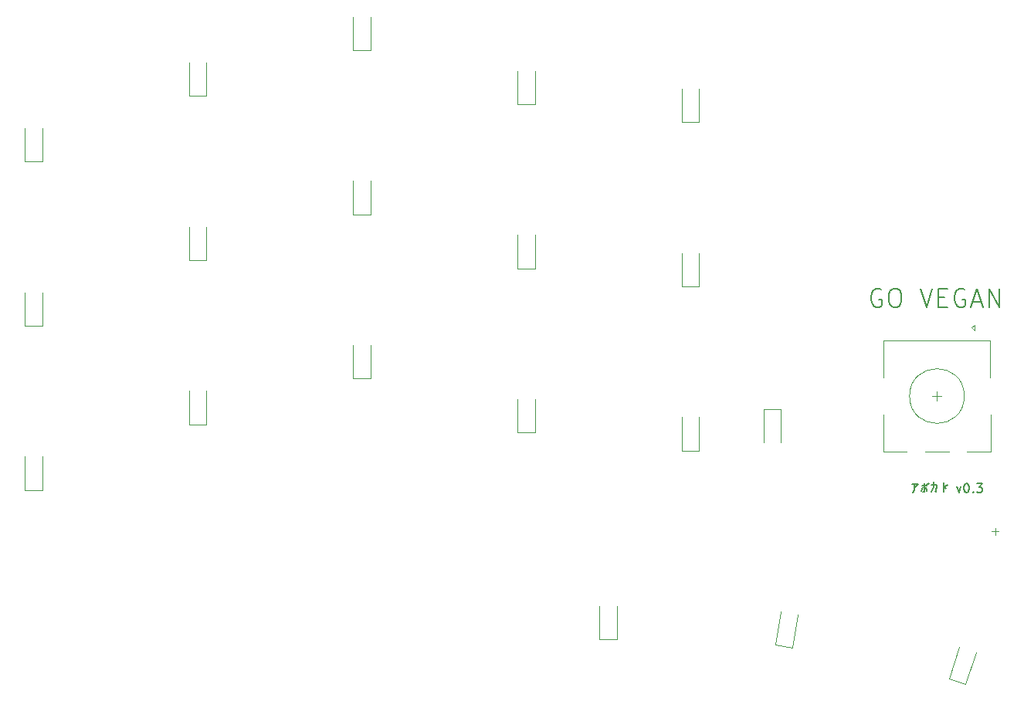
<source format=gbr>
%TF.GenerationSoftware,KiCad,Pcbnew,9.0.4*%
%TF.CreationDate,2025-09-04T10:39:47+02:00*%
%TF.ProjectId,avocado_v3,61766f63-6164-46f5-9f76-332e6b696361,0.0.3*%
%TF.SameCoordinates,Original*%
%TF.FileFunction,Legend,Top*%
%TF.FilePolarity,Positive*%
%FSLAX46Y46*%
G04 Gerber Fmt 4.6, Leading zero omitted, Abs format (unit mm)*
G04 Created by KiCad (PCBNEW 9.0.4) date 2025-09-04 10:39:47*
%MOMM*%
%LPD*%
G01*
G04 APERTURE LIST*
%ADD10C,0.150000*%
%ADD11C,0.100000*%
%ADD12C,0.120000*%
G04 APERTURE END LIST*
D10*
X115797493Y-57982676D02*
X115607017Y-57887438D01*
X115607017Y-57887438D02*
X115321303Y-57887438D01*
X115321303Y-57887438D02*
X115035588Y-57982676D01*
X115035588Y-57982676D02*
X114845112Y-58173152D01*
X114845112Y-58173152D02*
X114749874Y-58363628D01*
X114749874Y-58363628D02*
X114654636Y-58744580D01*
X114654636Y-58744580D02*
X114654636Y-59030295D01*
X114654636Y-59030295D02*
X114749874Y-59411247D01*
X114749874Y-59411247D02*
X114845112Y-59601723D01*
X114845112Y-59601723D02*
X115035588Y-59792200D01*
X115035588Y-59792200D02*
X115321303Y-59887438D01*
X115321303Y-59887438D02*
X115511779Y-59887438D01*
X115511779Y-59887438D02*
X115797493Y-59792200D01*
X115797493Y-59792200D02*
X115892731Y-59696961D01*
X115892731Y-59696961D02*
X115892731Y-59030295D01*
X115892731Y-59030295D02*
X115511779Y-59030295D01*
X117130826Y-57887438D02*
X117511779Y-57887438D01*
X117511779Y-57887438D02*
X117702255Y-57982676D01*
X117702255Y-57982676D02*
X117892731Y-58173152D01*
X117892731Y-58173152D02*
X117987969Y-58554104D01*
X117987969Y-58554104D02*
X117987969Y-59220771D01*
X117987969Y-59220771D02*
X117892731Y-59601723D01*
X117892731Y-59601723D02*
X117702255Y-59792200D01*
X117702255Y-59792200D02*
X117511779Y-59887438D01*
X117511779Y-59887438D02*
X117130826Y-59887438D01*
X117130826Y-59887438D02*
X116940350Y-59792200D01*
X116940350Y-59792200D02*
X116749874Y-59601723D01*
X116749874Y-59601723D02*
X116654636Y-59220771D01*
X116654636Y-59220771D02*
X116654636Y-58554104D01*
X116654636Y-58554104D02*
X116749874Y-58173152D01*
X116749874Y-58173152D02*
X116940350Y-57982676D01*
X116940350Y-57982676D02*
X117130826Y-57887438D01*
X120083208Y-57887438D02*
X120749874Y-59887438D01*
X120749874Y-59887438D02*
X121416541Y-57887438D01*
X122083208Y-58839819D02*
X122749875Y-58839819D01*
X123035589Y-59887438D02*
X122083208Y-59887438D01*
X122083208Y-59887438D02*
X122083208Y-57887438D01*
X122083208Y-57887438D02*
X123035589Y-57887438D01*
X124940351Y-57982676D02*
X124749875Y-57887438D01*
X124749875Y-57887438D02*
X124464161Y-57887438D01*
X124464161Y-57887438D02*
X124178446Y-57982676D01*
X124178446Y-57982676D02*
X123987970Y-58173152D01*
X123987970Y-58173152D02*
X123892732Y-58363628D01*
X123892732Y-58363628D02*
X123797494Y-58744580D01*
X123797494Y-58744580D02*
X123797494Y-59030295D01*
X123797494Y-59030295D02*
X123892732Y-59411247D01*
X123892732Y-59411247D02*
X123987970Y-59601723D01*
X123987970Y-59601723D02*
X124178446Y-59792200D01*
X124178446Y-59792200D02*
X124464161Y-59887438D01*
X124464161Y-59887438D02*
X124654637Y-59887438D01*
X124654637Y-59887438D02*
X124940351Y-59792200D01*
X124940351Y-59792200D02*
X125035589Y-59696961D01*
X125035589Y-59696961D02*
X125035589Y-59030295D01*
X125035589Y-59030295D02*
X124654637Y-59030295D01*
X125797494Y-59316009D02*
X126749875Y-59316009D01*
X125607018Y-59887438D02*
X126273684Y-57887438D01*
X126273684Y-57887438D02*
X126940351Y-59887438D01*
X127607018Y-59887438D02*
X127607018Y-57887438D01*
X127607018Y-57887438D02*
X128749875Y-59887438D01*
X128749875Y-59887438D02*
X128749875Y-57887438D01*
X119164160Y-79272438D02*
X119830826Y-79272438D01*
X119830826Y-79272438D02*
X119783207Y-79367676D01*
X119783207Y-79367676D02*
X119687969Y-79510533D01*
X119687969Y-79510533D02*
X119545112Y-79605771D01*
X119449874Y-79415295D02*
X119449874Y-79748628D01*
X119449874Y-79748628D02*
X119449874Y-79843866D01*
X119449874Y-79843866D02*
X119402255Y-79986723D01*
X119402255Y-79986723D02*
X119307017Y-80224819D01*
X120259398Y-79462914D02*
X120830826Y-79462914D01*
X120687969Y-79653390D02*
X120830826Y-80034342D01*
X120783207Y-79272438D02*
X120878445Y-79367676D01*
X120926064Y-79224819D02*
X121021303Y-79320057D01*
X120545112Y-79177200D02*
X120545112Y-80177200D01*
X120545112Y-80177200D02*
X120402255Y-80129580D01*
X120354636Y-79653390D02*
X120307017Y-79796247D01*
X120307017Y-79796247D02*
X120259398Y-79891485D01*
X120259398Y-79891485D02*
X120211779Y-80034342D01*
X121307017Y-79415295D02*
X121878445Y-79415295D01*
X121878445Y-79415295D02*
X121830826Y-80129580D01*
X121830826Y-80129580D02*
X121687969Y-80034342D01*
X121545112Y-79081961D02*
X121545112Y-79415295D01*
X121545112Y-79415295D02*
X121545112Y-79653390D01*
X121545112Y-79653390D02*
X121497493Y-79843866D01*
X121497493Y-79843866D02*
X121402255Y-79986723D01*
X121402255Y-79986723D02*
X121307017Y-80129580D01*
X122640350Y-79558152D02*
X122926064Y-79796247D01*
X122640350Y-79129580D02*
X122640350Y-80177200D01*
X122830826Y-79462914D02*
X122926064Y-79558152D01*
X122973683Y-79415295D02*
X123068921Y-79510533D01*
X124068922Y-79558152D02*
X124307017Y-80224819D01*
X124307017Y-80224819D02*
X124545112Y-79558152D01*
X125116541Y-79224819D02*
X125211779Y-79224819D01*
X125211779Y-79224819D02*
X125307017Y-79272438D01*
X125307017Y-79272438D02*
X125354636Y-79320057D01*
X125354636Y-79320057D02*
X125402255Y-79415295D01*
X125402255Y-79415295D02*
X125449874Y-79605771D01*
X125449874Y-79605771D02*
X125449874Y-79843866D01*
X125449874Y-79843866D02*
X125402255Y-80034342D01*
X125402255Y-80034342D02*
X125354636Y-80129580D01*
X125354636Y-80129580D02*
X125307017Y-80177200D01*
X125307017Y-80177200D02*
X125211779Y-80224819D01*
X125211779Y-80224819D02*
X125116541Y-80224819D01*
X125116541Y-80224819D02*
X125021303Y-80177200D01*
X125021303Y-80177200D02*
X124973684Y-80129580D01*
X124973684Y-80129580D02*
X124926065Y-80034342D01*
X124926065Y-80034342D02*
X124878446Y-79843866D01*
X124878446Y-79843866D02*
X124878446Y-79605771D01*
X124878446Y-79605771D02*
X124926065Y-79415295D01*
X124926065Y-79415295D02*
X124973684Y-79320057D01*
X124973684Y-79320057D02*
X125021303Y-79272438D01*
X125021303Y-79272438D02*
X125116541Y-79224819D01*
X125878446Y-80129580D02*
X125926065Y-80177200D01*
X125926065Y-80177200D02*
X125878446Y-80224819D01*
X125878446Y-80224819D02*
X125830827Y-80177200D01*
X125830827Y-80177200D02*
X125878446Y-80129580D01*
X125878446Y-80129580D02*
X125878446Y-80224819D01*
X126259398Y-79224819D02*
X126878445Y-79224819D01*
X126878445Y-79224819D02*
X126545112Y-79605771D01*
X126545112Y-79605771D02*
X126687969Y-79605771D01*
X126687969Y-79605771D02*
X126783207Y-79653390D01*
X126783207Y-79653390D02*
X126830826Y-79701009D01*
X126830826Y-79701009D02*
X126878445Y-79796247D01*
X126878445Y-79796247D02*
X126878445Y-80034342D01*
X126878445Y-80034342D02*
X126830826Y-80129580D01*
X126830826Y-80129580D02*
X126783207Y-80177200D01*
X126783207Y-80177200D02*
X126687969Y-80224819D01*
X126687969Y-80224819D02*
X126402255Y-80224819D01*
X126402255Y-80224819D02*
X126307017Y-80177200D01*
X126307017Y-80177200D02*
X126259398Y-80129580D01*
D11*
X128301466Y-84885788D02*
X128301466Y-84123884D01*
X128682419Y-84504836D02*
X127920514Y-84504836D01*
D12*
%TO.C,D9*%
X57925000Y-31710000D02*
X57925000Y-28050000D01*
X57925000Y-31710000D02*
X59825000Y-31710000D01*
X59825000Y-31710000D02*
X59825000Y-28050000D01*
%TO.C,D18*%
X123230651Y-100612159D02*
X124361653Y-97131292D01*
X123230651Y-100612159D02*
X125037658Y-101199291D01*
X125037658Y-101199291D02*
X126168660Y-97718424D01*
%TO.C,D4*%
X39925000Y-72750000D02*
X39925000Y-69090000D01*
X39925000Y-72750000D02*
X41825000Y-72750000D01*
X41825000Y-72750000D02*
X41825000Y-69090000D01*
%TO.C,D12*%
X75925000Y-37650000D02*
X75925000Y-33990000D01*
X75925000Y-37650000D02*
X77825000Y-37650000D01*
X77825000Y-37650000D02*
X77825000Y-33990000D01*
%TO.C,D14*%
X93925000Y-57630000D02*
X93925000Y-53970000D01*
X93925000Y-57630000D02*
X95825000Y-57630000D01*
X95825000Y-57630000D02*
X95825000Y-53970000D01*
%TO.C,D13*%
X93925000Y-75630000D02*
X93925000Y-71970000D01*
X93925000Y-75630000D02*
X95825000Y-75630000D01*
X95825000Y-75630000D02*
X95825000Y-71970000D01*
%TO.C,D7*%
X57925000Y-67710000D02*
X57925000Y-64050000D01*
X57925000Y-67710000D02*
X59825000Y-67710000D01*
X59825000Y-67710000D02*
X59825000Y-64050000D01*
%TO.C,D8*%
X57925000Y-49710000D02*
X57925000Y-46050000D01*
X57925000Y-49710000D02*
X59825000Y-49710000D01*
X59825000Y-49710000D02*
X59825000Y-46050000D01*
%TO.C,D5*%
X39925000Y-54750000D02*
X39925000Y-51090000D01*
X39925000Y-54750000D02*
X41825000Y-54750000D01*
X41825000Y-54750000D02*
X41825000Y-51090000D01*
%TO.C,D16*%
X84925000Y-96330000D02*
X84925000Y-92670000D01*
X84925000Y-96330000D02*
X86825000Y-96330000D01*
X86825000Y-96330000D02*
X86825000Y-92670000D01*
%TO.C,_1*%
X116015000Y-67650000D02*
X116015000Y-63550000D01*
X116015000Y-75750000D02*
X116015000Y-71650000D01*
X118615000Y-75750000D02*
X116015000Y-75750000D01*
X121915000Y-69150000D02*
X121915000Y-70150000D01*
X122415000Y-69650000D02*
X121415000Y-69650000D01*
X123215000Y-75750000D02*
X120615000Y-75750000D01*
X125715000Y-62150000D02*
X126015000Y-61850000D01*
X126015000Y-61850000D02*
X126015000Y-62450000D01*
X126015000Y-62450000D02*
X125715000Y-62150000D01*
X127715000Y-63550000D02*
X116015000Y-63550000D01*
X127715000Y-67650000D02*
X127715000Y-63550000D01*
X127815000Y-71650000D02*
X127815000Y-75750000D01*
X127815000Y-75750000D02*
X125215000Y-75750000D01*
X124915000Y-69650000D02*
G75*
G02*
X118915000Y-69650000I-3000000J0D01*
G01*
X118915000Y-69650000D02*
G75*
G02*
X124915000Y-69650000I3000000J0D01*
G01*
%TO.C,D19*%
X102925000Y-71110000D02*
X102925000Y-74770000D01*
X104825000Y-71110000D02*
X102925000Y-71110000D01*
X104825000Y-71110000D02*
X104825000Y-74770000D01*
%TO.C,D11*%
X75925000Y-55650000D02*
X75925000Y-51990000D01*
X75925000Y-55650000D02*
X77825000Y-55650000D01*
X77825000Y-55650000D02*
X77825000Y-51990000D01*
%TO.C,D17*%
X104180805Y-96924655D02*
X104753355Y-93309716D01*
X104180805Y-96924655D02*
X106057413Y-97221880D01*
X106057413Y-97221880D02*
X106629963Y-93606941D01*
%TO.C,D1*%
X21925000Y-79950000D02*
X21925000Y-76290000D01*
X21925000Y-79950000D02*
X23825000Y-79950000D01*
X23825000Y-79950000D02*
X23825000Y-76290000D01*
%TO.C,D15*%
X93925000Y-39630000D02*
X93925000Y-35970000D01*
X93925000Y-39630000D02*
X95825000Y-39630000D01*
X95825000Y-39630000D02*
X95825000Y-35970000D01*
%TO.C,D10*%
X75925000Y-73650000D02*
X75925000Y-69990000D01*
X75925000Y-73650000D02*
X77825000Y-73650000D01*
X77825000Y-73650000D02*
X77825000Y-69990000D01*
%TO.C,D6*%
X39925000Y-36750000D02*
X39925000Y-33090000D01*
X39925000Y-36750000D02*
X41825000Y-36750000D01*
X41825000Y-36750000D02*
X41825000Y-33090000D01*
%TO.C,D3*%
X21925000Y-43950000D02*
X21925000Y-40290000D01*
X21925000Y-43950000D02*
X23825000Y-43950000D01*
X23825000Y-43950000D02*
X23825000Y-40290000D01*
%TO.C,D2*%
X21925000Y-61950000D02*
X21925000Y-58290000D01*
X21925000Y-61950000D02*
X23825000Y-61950000D01*
X23825000Y-61950000D02*
X23825000Y-58290000D01*
%TD*%
M02*

</source>
